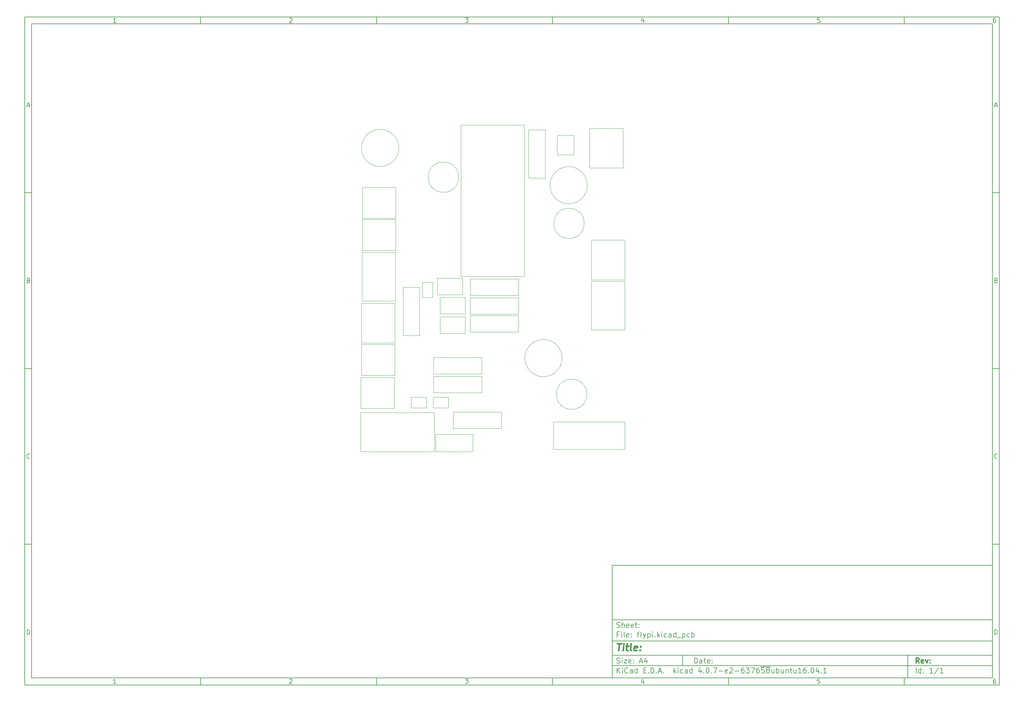
<source format=gbr>
G04 #@! TF.FileFunction,Other,User*
%FSLAX46Y46*%
G04 Gerber Fmt 4.6, Leading zero omitted, Abs format (unit mm)*
G04 Created by KiCad (PCBNEW 4.0.7-e2-6376~58~ubuntu16.04.1) date Sun Nov  5 22:34:49 2017*
%MOMM*%
%LPD*%
G01*
G04 APERTURE LIST*
%ADD10C,0.100000*%
%ADD11C,0.150000*%
%ADD12C,0.300000*%
%ADD13C,0.400000*%
%ADD14C,0.050000*%
G04 APERTURE END LIST*
D10*
D11*
X177002200Y-166007200D02*
X177002200Y-198007200D01*
X285002200Y-198007200D01*
X285002200Y-166007200D01*
X177002200Y-166007200D01*
D10*
D11*
X10000000Y-10000000D02*
X10000000Y-200007200D01*
X287002200Y-200007200D01*
X287002200Y-10000000D01*
X10000000Y-10000000D01*
D10*
D11*
X12000000Y-12000000D02*
X12000000Y-198007200D01*
X285002200Y-198007200D01*
X285002200Y-12000000D01*
X12000000Y-12000000D01*
D10*
D11*
X60000000Y-12000000D02*
X60000000Y-10000000D01*
D10*
D11*
X110000000Y-12000000D02*
X110000000Y-10000000D01*
D10*
D11*
X160000000Y-12000000D02*
X160000000Y-10000000D01*
D10*
D11*
X210000000Y-12000000D02*
X210000000Y-10000000D01*
D10*
D11*
X260000000Y-12000000D02*
X260000000Y-10000000D01*
D10*
D11*
X35990476Y-11588095D02*
X35247619Y-11588095D01*
X35619048Y-11588095D02*
X35619048Y-10288095D01*
X35495238Y-10473810D01*
X35371429Y-10597619D01*
X35247619Y-10659524D01*
D10*
D11*
X85247619Y-10411905D02*
X85309524Y-10350000D01*
X85433333Y-10288095D01*
X85742857Y-10288095D01*
X85866667Y-10350000D01*
X85928571Y-10411905D01*
X85990476Y-10535714D01*
X85990476Y-10659524D01*
X85928571Y-10845238D01*
X85185714Y-11588095D01*
X85990476Y-11588095D01*
D10*
D11*
X135185714Y-10288095D02*
X135990476Y-10288095D01*
X135557143Y-10783333D01*
X135742857Y-10783333D01*
X135866667Y-10845238D01*
X135928571Y-10907143D01*
X135990476Y-11030952D01*
X135990476Y-11340476D01*
X135928571Y-11464286D01*
X135866667Y-11526190D01*
X135742857Y-11588095D01*
X135371429Y-11588095D01*
X135247619Y-11526190D01*
X135185714Y-11464286D01*
D10*
D11*
X185866667Y-10721429D02*
X185866667Y-11588095D01*
X185557143Y-10226190D02*
X185247619Y-11154762D01*
X186052381Y-11154762D01*
D10*
D11*
X235928571Y-10288095D02*
X235309524Y-10288095D01*
X235247619Y-10907143D01*
X235309524Y-10845238D01*
X235433333Y-10783333D01*
X235742857Y-10783333D01*
X235866667Y-10845238D01*
X235928571Y-10907143D01*
X235990476Y-11030952D01*
X235990476Y-11340476D01*
X235928571Y-11464286D01*
X235866667Y-11526190D01*
X235742857Y-11588095D01*
X235433333Y-11588095D01*
X235309524Y-11526190D01*
X235247619Y-11464286D01*
D10*
D11*
X285866667Y-10288095D02*
X285619048Y-10288095D01*
X285495238Y-10350000D01*
X285433333Y-10411905D01*
X285309524Y-10597619D01*
X285247619Y-10845238D01*
X285247619Y-11340476D01*
X285309524Y-11464286D01*
X285371429Y-11526190D01*
X285495238Y-11588095D01*
X285742857Y-11588095D01*
X285866667Y-11526190D01*
X285928571Y-11464286D01*
X285990476Y-11340476D01*
X285990476Y-11030952D01*
X285928571Y-10907143D01*
X285866667Y-10845238D01*
X285742857Y-10783333D01*
X285495238Y-10783333D01*
X285371429Y-10845238D01*
X285309524Y-10907143D01*
X285247619Y-11030952D01*
D10*
D11*
X60000000Y-198007200D02*
X60000000Y-200007200D01*
D10*
D11*
X110000000Y-198007200D02*
X110000000Y-200007200D01*
D10*
D11*
X160000000Y-198007200D02*
X160000000Y-200007200D01*
D10*
D11*
X210000000Y-198007200D02*
X210000000Y-200007200D01*
D10*
D11*
X260000000Y-198007200D02*
X260000000Y-200007200D01*
D10*
D11*
X35990476Y-199595295D02*
X35247619Y-199595295D01*
X35619048Y-199595295D02*
X35619048Y-198295295D01*
X35495238Y-198481010D01*
X35371429Y-198604819D01*
X35247619Y-198666724D01*
D10*
D11*
X85247619Y-198419105D02*
X85309524Y-198357200D01*
X85433333Y-198295295D01*
X85742857Y-198295295D01*
X85866667Y-198357200D01*
X85928571Y-198419105D01*
X85990476Y-198542914D01*
X85990476Y-198666724D01*
X85928571Y-198852438D01*
X85185714Y-199595295D01*
X85990476Y-199595295D01*
D10*
D11*
X135185714Y-198295295D02*
X135990476Y-198295295D01*
X135557143Y-198790533D01*
X135742857Y-198790533D01*
X135866667Y-198852438D01*
X135928571Y-198914343D01*
X135990476Y-199038152D01*
X135990476Y-199347676D01*
X135928571Y-199471486D01*
X135866667Y-199533390D01*
X135742857Y-199595295D01*
X135371429Y-199595295D01*
X135247619Y-199533390D01*
X135185714Y-199471486D01*
D10*
D11*
X185866667Y-198728629D02*
X185866667Y-199595295D01*
X185557143Y-198233390D02*
X185247619Y-199161962D01*
X186052381Y-199161962D01*
D10*
D11*
X235928571Y-198295295D02*
X235309524Y-198295295D01*
X235247619Y-198914343D01*
X235309524Y-198852438D01*
X235433333Y-198790533D01*
X235742857Y-198790533D01*
X235866667Y-198852438D01*
X235928571Y-198914343D01*
X235990476Y-199038152D01*
X235990476Y-199347676D01*
X235928571Y-199471486D01*
X235866667Y-199533390D01*
X235742857Y-199595295D01*
X235433333Y-199595295D01*
X235309524Y-199533390D01*
X235247619Y-199471486D01*
D10*
D11*
X285866667Y-198295295D02*
X285619048Y-198295295D01*
X285495238Y-198357200D01*
X285433333Y-198419105D01*
X285309524Y-198604819D01*
X285247619Y-198852438D01*
X285247619Y-199347676D01*
X285309524Y-199471486D01*
X285371429Y-199533390D01*
X285495238Y-199595295D01*
X285742857Y-199595295D01*
X285866667Y-199533390D01*
X285928571Y-199471486D01*
X285990476Y-199347676D01*
X285990476Y-199038152D01*
X285928571Y-198914343D01*
X285866667Y-198852438D01*
X285742857Y-198790533D01*
X285495238Y-198790533D01*
X285371429Y-198852438D01*
X285309524Y-198914343D01*
X285247619Y-199038152D01*
D10*
D11*
X10000000Y-60000000D02*
X12000000Y-60000000D01*
D10*
D11*
X10000000Y-110000000D02*
X12000000Y-110000000D01*
D10*
D11*
X10000000Y-160000000D02*
X12000000Y-160000000D01*
D10*
D11*
X10690476Y-35216667D02*
X11309524Y-35216667D01*
X10566667Y-35588095D02*
X11000000Y-34288095D01*
X11433333Y-35588095D01*
D10*
D11*
X11092857Y-84907143D02*
X11278571Y-84969048D01*
X11340476Y-85030952D01*
X11402381Y-85154762D01*
X11402381Y-85340476D01*
X11340476Y-85464286D01*
X11278571Y-85526190D01*
X11154762Y-85588095D01*
X10659524Y-85588095D01*
X10659524Y-84288095D01*
X11092857Y-84288095D01*
X11216667Y-84350000D01*
X11278571Y-84411905D01*
X11340476Y-84535714D01*
X11340476Y-84659524D01*
X11278571Y-84783333D01*
X11216667Y-84845238D01*
X11092857Y-84907143D01*
X10659524Y-84907143D01*
D10*
D11*
X11402381Y-135464286D02*
X11340476Y-135526190D01*
X11154762Y-135588095D01*
X11030952Y-135588095D01*
X10845238Y-135526190D01*
X10721429Y-135402381D01*
X10659524Y-135278571D01*
X10597619Y-135030952D01*
X10597619Y-134845238D01*
X10659524Y-134597619D01*
X10721429Y-134473810D01*
X10845238Y-134350000D01*
X11030952Y-134288095D01*
X11154762Y-134288095D01*
X11340476Y-134350000D01*
X11402381Y-134411905D01*
D10*
D11*
X10659524Y-185588095D02*
X10659524Y-184288095D01*
X10969048Y-184288095D01*
X11154762Y-184350000D01*
X11278571Y-184473810D01*
X11340476Y-184597619D01*
X11402381Y-184845238D01*
X11402381Y-185030952D01*
X11340476Y-185278571D01*
X11278571Y-185402381D01*
X11154762Y-185526190D01*
X10969048Y-185588095D01*
X10659524Y-185588095D01*
D10*
D11*
X287002200Y-60000000D02*
X285002200Y-60000000D01*
D10*
D11*
X287002200Y-110000000D02*
X285002200Y-110000000D01*
D10*
D11*
X287002200Y-160000000D02*
X285002200Y-160000000D01*
D10*
D11*
X285692676Y-35216667D02*
X286311724Y-35216667D01*
X285568867Y-35588095D02*
X286002200Y-34288095D01*
X286435533Y-35588095D01*
D10*
D11*
X286095057Y-84907143D02*
X286280771Y-84969048D01*
X286342676Y-85030952D01*
X286404581Y-85154762D01*
X286404581Y-85340476D01*
X286342676Y-85464286D01*
X286280771Y-85526190D01*
X286156962Y-85588095D01*
X285661724Y-85588095D01*
X285661724Y-84288095D01*
X286095057Y-84288095D01*
X286218867Y-84350000D01*
X286280771Y-84411905D01*
X286342676Y-84535714D01*
X286342676Y-84659524D01*
X286280771Y-84783333D01*
X286218867Y-84845238D01*
X286095057Y-84907143D01*
X285661724Y-84907143D01*
D10*
D11*
X286404581Y-135464286D02*
X286342676Y-135526190D01*
X286156962Y-135588095D01*
X286033152Y-135588095D01*
X285847438Y-135526190D01*
X285723629Y-135402381D01*
X285661724Y-135278571D01*
X285599819Y-135030952D01*
X285599819Y-134845238D01*
X285661724Y-134597619D01*
X285723629Y-134473810D01*
X285847438Y-134350000D01*
X286033152Y-134288095D01*
X286156962Y-134288095D01*
X286342676Y-134350000D01*
X286404581Y-134411905D01*
D10*
D11*
X285661724Y-185588095D02*
X285661724Y-184288095D01*
X285971248Y-184288095D01*
X286156962Y-184350000D01*
X286280771Y-184473810D01*
X286342676Y-184597619D01*
X286404581Y-184845238D01*
X286404581Y-185030952D01*
X286342676Y-185278571D01*
X286280771Y-185402381D01*
X286156962Y-185526190D01*
X285971248Y-185588095D01*
X285661724Y-185588095D01*
D10*
D11*
X200359343Y-193785771D02*
X200359343Y-192285771D01*
X200716486Y-192285771D01*
X200930771Y-192357200D01*
X201073629Y-192500057D01*
X201145057Y-192642914D01*
X201216486Y-192928629D01*
X201216486Y-193142914D01*
X201145057Y-193428629D01*
X201073629Y-193571486D01*
X200930771Y-193714343D01*
X200716486Y-193785771D01*
X200359343Y-193785771D01*
X202502200Y-193785771D02*
X202502200Y-193000057D01*
X202430771Y-192857200D01*
X202287914Y-192785771D01*
X202002200Y-192785771D01*
X201859343Y-192857200D01*
X202502200Y-193714343D02*
X202359343Y-193785771D01*
X202002200Y-193785771D01*
X201859343Y-193714343D01*
X201787914Y-193571486D01*
X201787914Y-193428629D01*
X201859343Y-193285771D01*
X202002200Y-193214343D01*
X202359343Y-193214343D01*
X202502200Y-193142914D01*
X203002200Y-192785771D02*
X203573629Y-192785771D01*
X203216486Y-192285771D02*
X203216486Y-193571486D01*
X203287914Y-193714343D01*
X203430772Y-193785771D01*
X203573629Y-193785771D01*
X204645057Y-193714343D02*
X204502200Y-193785771D01*
X204216486Y-193785771D01*
X204073629Y-193714343D01*
X204002200Y-193571486D01*
X204002200Y-193000057D01*
X204073629Y-192857200D01*
X204216486Y-192785771D01*
X204502200Y-192785771D01*
X204645057Y-192857200D01*
X204716486Y-193000057D01*
X204716486Y-193142914D01*
X204002200Y-193285771D01*
X205359343Y-193642914D02*
X205430771Y-193714343D01*
X205359343Y-193785771D01*
X205287914Y-193714343D01*
X205359343Y-193642914D01*
X205359343Y-193785771D01*
X205359343Y-192857200D02*
X205430771Y-192928629D01*
X205359343Y-193000057D01*
X205287914Y-192928629D01*
X205359343Y-192857200D01*
X205359343Y-193000057D01*
D10*
D11*
X177002200Y-194507200D02*
X285002200Y-194507200D01*
D10*
D11*
X178359343Y-196585771D02*
X178359343Y-195085771D01*
X179216486Y-196585771D02*
X178573629Y-195728629D01*
X179216486Y-195085771D02*
X178359343Y-195942914D01*
X179859343Y-196585771D02*
X179859343Y-195585771D01*
X179859343Y-195085771D02*
X179787914Y-195157200D01*
X179859343Y-195228629D01*
X179930771Y-195157200D01*
X179859343Y-195085771D01*
X179859343Y-195228629D01*
X181430772Y-196442914D02*
X181359343Y-196514343D01*
X181145057Y-196585771D01*
X181002200Y-196585771D01*
X180787915Y-196514343D01*
X180645057Y-196371486D01*
X180573629Y-196228629D01*
X180502200Y-195942914D01*
X180502200Y-195728629D01*
X180573629Y-195442914D01*
X180645057Y-195300057D01*
X180787915Y-195157200D01*
X181002200Y-195085771D01*
X181145057Y-195085771D01*
X181359343Y-195157200D01*
X181430772Y-195228629D01*
X182716486Y-196585771D02*
X182716486Y-195800057D01*
X182645057Y-195657200D01*
X182502200Y-195585771D01*
X182216486Y-195585771D01*
X182073629Y-195657200D01*
X182716486Y-196514343D02*
X182573629Y-196585771D01*
X182216486Y-196585771D01*
X182073629Y-196514343D01*
X182002200Y-196371486D01*
X182002200Y-196228629D01*
X182073629Y-196085771D01*
X182216486Y-196014343D01*
X182573629Y-196014343D01*
X182716486Y-195942914D01*
X184073629Y-196585771D02*
X184073629Y-195085771D01*
X184073629Y-196514343D02*
X183930772Y-196585771D01*
X183645058Y-196585771D01*
X183502200Y-196514343D01*
X183430772Y-196442914D01*
X183359343Y-196300057D01*
X183359343Y-195871486D01*
X183430772Y-195728629D01*
X183502200Y-195657200D01*
X183645058Y-195585771D01*
X183930772Y-195585771D01*
X184073629Y-195657200D01*
X185930772Y-195800057D02*
X186430772Y-195800057D01*
X186645058Y-196585771D02*
X185930772Y-196585771D01*
X185930772Y-195085771D01*
X186645058Y-195085771D01*
X187287915Y-196442914D02*
X187359343Y-196514343D01*
X187287915Y-196585771D01*
X187216486Y-196514343D01*
X187287915Y-196442914D01*
X187287915Y-196585771D01*
X188002201Y-196585771D02*
X188002201Y-195085771D01*
X188359344Y-195085771D01*
X188573629Y-195157200D01*
X188716487Y-195300057D01*
X188787915Y-195442914D01*
X188859344Y-195728629D01*
X188859344Y-195942914D01*
X188787915Y-196228629D01*
X188716487Y-196371486D01*
X188573629Y-196514343D01*
X188359344Y-196585771D01*
X188002201Y-196585771D01*
X189502201Y-196442914D02*
X189573629Y-196514343D01*
X189502201Y-196585771D01*
X189430772Y-196514343D01*
X189502201Y-196442914D01*
X189502201Y-196585771D01*
X190145058Y-196157200D02*
X190859344Y-196157200D01*
X190002201Y-196585771D02*
X190502201Y-195085771D01*
X191002201Y-196585771D01*
X191502201Y-196442914D02*
X191573629Y-196514343D01*
X191502201Y-196585771D01*
X191430772Y-196514343D01*
X191502201Y-196442914D01*
X191502201Y-196585771D01*
X194502201Y-196585771D02*
X194502201Y-195085771D01*
X194645058Y-196014343D02*
X195073629Y-196585771D01*
X195073629Y-195585771D02*
X194502201Y-196157200D01*
X195716487Y-196585771D02*
X195716487Y-195585771D01*
X195716487Y-195085771D02*
X195645058Y-195157200D01*
X195716487Y-195228629D01*
X195787915Y-195157200D01*
X195716487Y-195085771D01*
X195716487Y-195228629D01*
X197073630Y-196514343D02*
X196930773Y-196585771D01*
X196645059Y-196585771D01*
X196502201Y-196514343D01*
X196430773Y-196442914D01*
X196359344Y-196300057D01*
X196359344Y-195871486D01*
X196430773Y-195728629D01*
X196502201Y-195657200D01*
X196645059Y-195585771D01*
X196930773Y-195585771D01*
X197073630Y-195657200D01*
X198359344Y-196585771D02*
X198359344Y-195800057D01*
X198287915Y-195657200D01*
X198145058Y-195585771D01*
X197859344Y-195585771D01*
X197716487Y-195657200D01*
X198359344Y-196514343D02*
X198216487Y-196585771D01*
X197859344Y-196585771D01*
X197716487Y-196514343D01*
X197645058Y-196371486D01*
X197645058Y-196228629D01*
X197716487Y-196085771D01*
X197859344Y-196014343D01*
X198216487Y-196014343D01*
X198359344Y-195942914D01*
X199716487Y-196585771D02*
X199716487Y-195085771D01*
X199716487Y-196514343D02*
X199573630Y-196585771D01*
X199287916Y-196585771D01*
X199145058Y-196514343D01*
X199073630Y-196442914D01*
X199002201Y-196300057D01*
X199002201Y-195871486D01*
X199073630Y-195728629D01*
X199145058Y-195657200D01*
X199287916Y-195585771D01*
X199573630Y-195585771D01*
X199716487Y-195657200D01*
X202216487Y-195585771D02*
X202216487Y-196585771D01*
X201859344Y-195014343D02*
X201502201Y-196085771D01*
X202430773Y-196085771D01*
X203002201Y-196442914D02*
X203073629Y-196514343D01*
X203002201Y-196585771D01*
X202930772Y-196514343D01*
X203002201Y-196442914D01*
X203002201Y-196585771D01*
X204002201Y-195085771D02*
X204145058Y-195085771D01*
X204287915Y-195157200D01*
X204359344Y-195228629D01*
X204430773Y-195371486D01*
X204502201Y-195657200D01*
X204502201Y-196014343D01*
X204430773Y-196300057D01*
X204359344Y-196442914D01*
X204287915Y-196514343D01*
X204145058Y-196585771D01*
X204002201Y-196585771D01*
X203859344Y-196514343D01*
X203787915Y-196442914D01*
X203716487Y-196300057D01*
X203645058Y-196014343D01*
X203645058Y-195657200D01*
X203716487Y-195371486D01*
X203787915Y-195228629D01*
X203859344Y-195157200D01*
X204002201Y-195085771D01*
X205145058Y-196442914D02*
X205216486Y-196514343D01*
X205145058Y-196585771D01*
X205073629Y-196514343D01*
X205145058Y-196442914D01*
X205145058Y-196585771D01*
X205716487Y-195085771D02*
X206716487Y-195085771D01*
X206073630Y-196585771D01*
X207287915Y-196014343D02*
X208430772Y-196014343D01*
X209716486Y-196514343D02*
X209573629Y-196585771D01*
X209287915Y-196585771D01*
X209145058Y-196514343D01*
X209073629Y-196371486D01*
X209073629Y-195800057D01*
X209145058Y-195657200D01*
X209287915Y-195585771D01*
X209573629Y-195585771D01*
X209716486Y-195657200D01*
X209787915Y-195800057D01*
X209787915Y-195942914D01*
X209073629Y-196085771D01*
X210359343Y-195228629D02*
X210430772Y-195157200D01*
X210573629Y-195085771D01*
X210930772Y-195085771D01*
X211073629Y-195157200D01*
X211145058Y-195228629D01*
X211216486Y-195371486D01*
X211216486Y-195514343D01*
X211145058Y-195728629D01*
X210287915Y-196585771D01*
X211216486Y-196585771D01*
X211859343Y-196014343D02*
X213002200Y-196014343D01*
X214359343Y-195085771D02*
X214073629Y-195085771D01*
X213930772Y-195157200D01*
X213859343Y-195228629D01*
X213716486Y-195442914D01*
X213645057Y-195728629D01*
X213645057Y-196300057D01*
X213716486Y-196442914D01*
X213787914Y-196514343D01*
X213930772Y-196585771D01*
X214216486Y-196585771D01*
X214359343Y-196514343D01*
X214430772Y-196442914D01*
X214502200Y-196300057D01*
X214502200Y-195942914D01*
X214430772Y-195800057D01*
X214359343Y-195728629D01*
X214216486Y-195657200D01*
X213930772Y-195657200D01*
X213787914Y-195728629D01*
X213716486Y-195800057D01*
X213645057Y-195942914D01*
X215002200Y-195085771D02*
X215930771Y-195085771D01*
X215430771Y-195657200D01*
X215645057Y-195657200D01*
X215787914Y-195728629D01*
X215859343Y-195800057D01*
X215930771Y-195942914D01*
X215930771Y-196300057D01*
X215859343Y-196442914D01*
X215787914Y-196514343D01*
X215645057Y-196585771D01*
X215216485Y-196585771D01*
X215073628Y-196514343D01*
X215002200Y-196442914D01*
X216430771Y-195085771D02*
X217430771Y-195085771D01*
X216787914Y-196585771D01*
X218645056Y-195085771D02*
X218359342Y-195085771D01*
X218216485Y-195157200D01*
X218145056Y-195228629D01*
X218002199Y-195442914D01*
X217930770Y-195728629D01*
X217930770Y-196300057D01*
X218002199Y-196442914D01*
X218073627Y-196514343D01*
X218216485Y-196585771D01*
X218502199Y-196585771D01*
X218645056Y-196514343D01*
X218716485Y-196442914D01*
X218787913Y-196300057D01*
X218787913Y-195942914D01*
X218716485Y-195800057D01*
X218645056Y-195728629D01*
X218502199Y-195657200D01*
X218216485Y-195657200D01*
X218073627Y-195728629D01*
X218002199Y-195800057D01*
X217930770Y-195942914D01*
X220145056Y-195085771D02*
X219430770Y-195085771D01*
X219359341Y-195800057D01*
X219430770Y-195728629D01*
X219573627Y-195657200D01*
X219930770Y-195657200D01*
X220073627Y-195728629D01*
X220145056Y-195800057D01*
X220216484Y-195942914D01*
X220216484Y-196300057D01*
X220145056Y-196442914D01*
X220073627Y-196514343D01*
X219930770Y-196585771D01*
X219573627Y-196585771D01*
X219430770Y-196514343D01*
X219359341Y-196442914D01*
X221073627Y-195728629D02*
X220930769Y-195657200D01*
X220859341Y-195585771D01*
X220787912Y-195442914D01*
X220787912Y-195371486D01*
X220859341Y-195228629D01*
X220930769Y-195157200D01*
X221073627Y-195085771D01*
X221359341Y-195085771D01*
X221502198Y-195157200D01*
X221573627Y-195228629D01*
X221645055Y-195371486D01*
X221645055Y-195442914D01*
X221573627Y-195585771D01*
X221502198Y-195657200D01*
X221359341Y-195728629D01*
X221073627Y-195728629D01*
X220930769Y-195800057D01*
X220859341Y-195871486D01*
X220787912Y-196014343D01*
X220787912Y-196300057D01*
X220859341Y-196442914D01*
X220930769Y-196514343D01*
X221073627Y-196585771D01*
X221359341Y-196585771D01*
X221502198Y-196514343D01*
X221573627Y-196442914D01*
X221645055Y-196300057D01*
X221645055Y-196014343D01*
X221573627Y-195871486D01*
X221502198Y-195800057D01*
X221359341Y-195728629D01*
X219073627Y-194827200D02*
X221930769Y-194827200D01*
X222930769Y-195585771D02*
X222930769Y-196585771D01*
X222287912Y-195585771D02*
X222287912Y-196371486D01*
X222359340Y-196514343D01*
X222502198Y-196585771D01*
X222716483Y-196585771D01*
X222859340Y-196514343D01*
X222930769Y-196442914D01*
X223645055Y-196585771D02*
X223645055Y-195085771D01*
X223645055Y-195657200D02*
X223787912Y-195585771D01*
X224073626Y-195585771D01*
X224216483Y-195657200D01*
X224287912Y-195728629D01*
X224359341Y-195871486D01*
X224359341Y-196300057D01*
X224287912Y-196442914D01*
X224216483Y-196514343D01*
X224073626Y-196585771D01*
X223787912Y-196585771D01*
X223645055Y-196514343D01*
X225645055Y-195585771D02*
X225645055Y-196585771D01*
X225002198Y-195585771D02*
X225002198Y-196371486D01*
X225073626Y-196514343D01*
X225216484Y-196585771D01*
X225430769Y-196585771D01*
X225573626Y-196514343D01*
X225645055Y-196442914D01*
X226359341Y-195585771D02*
X226359341Y-196585771D01*
X226359341Y-195728629D02*
X226430769Y-195657200D01*
X226573627Y-195585771D01*
X226787912Y-195585771D01*
X226930769Y-195657200D01*
X227002198Y-195800057D01*
X227002198Y-196585771D01*
X227502198Y-195585771D02*
X228073627Y-195585771D01*
X227716484Y-195085771D02*
X227716484Y-196371486D01*
X227787912Y-196514343D01*
X227930770Y-196585771D01*
X228073627Y-196585771D01*
X229216484Y-195585771D02*
X229216484Y-196585771D01*
X228573627Y-195585771D02*
X228573627Y-196371486D01*
X228645055Y-196514343D01*
X228787913Y-196585771D01*
X229002198Y-196585771D01*
X229145055Y-196514343D01*
X229216484Y-196442914D01*
X230716484Y-196585771D02*
X229859341Y-196585771D01*
X230287913Y-196585771D02*
X230287913Y-195085771D01*
X230145056Y-195300057D01*
X230002198Y-195442914D01*
X229859341Y-195514343D01*
X232002198Y-195085771D02*
X231716484Y-195085771D01*
X231573627Y-195157200D01*
X231502198Y-195228629D01*
X231359341Y-195442914D01*
X231287912Y-195728629D01*
X231287912Y-196300057D01*
X231359341Y-196442914D01*
X231430769Y-196514343D01*
X231573627Y-196585771D01*
X231859341Y-196585771D01*
X232002198Y-196514343D01*
X232073627Y-196442914D01*
X232145055Y-196300057D01*
X232145055Y-195942914D01*
X232073627Y-195800057D01*
X232002198Y-195728629D01*
X231859341Y-195657200D01*
X231573627Y-195657200D01*
X231430769Y-195728629D01*
X231359341Y-195800057D01*
X231287912Y-195942914D01*
X232787912Y-196442914D02*
X232859340Y-196514343D01*
X232787912Y-196585771D01*
X232716483Y-196514343D01*
X232787912Y-196442914D01*
X232787912Y-196585771D01*
X233787912Y-195085771D02*
X233930769Y-195085771D01*
X234073626Y-195157200D01*
X234145055Y-195228629D01*
X234216484Y-195371486D01*
X234287912Y-195657200D01*
X234287912Y-196014343D01*
X234216484Y-196300057D01*
X234145055Y-196442914D01*
X234073626Y-196514343D01*
X233930769Y-196585771D01*
X233787912Y-196585771D01*
X233645055Y-196514343D01*
X233573626Y-196442914D01*
X233502198Y-196300057D01*
X233430769Y-196014343D01*
X233430769Y-195657200D01*
X233502198Y-195371486D01*
X233573626Y-195228629D01*
X233645055Y-195157200D01*
X233787912Y-195085771D01*
X235573626Y-195585771D02*
X235573626Y-196585771D01*
X235216483Y-195014343D02*
X234859340Y-196085771D01*
X235787912Y-196085771D01*
X236359340Y-196442914D02*
X236430768Y-196514343D01*
X236359340Y-196585771D01*
X236287911Y-196514343D01*
X236359340Y-196442914D01*
X236359340Y-196585771D01*
X237859340Y-196585771D02*
X237002197Y-196585771D01*
X237430769Y-196585771D02*
X237430769Y-195085771D01*
X237287912Y-195300057D01*
X237145054Y-195442914D01*
X237002197Y-195514343D01*
D10*
D11*
X177002200Y-191507200D02*
X285002200Y-191507200D01*
D10*
D12*
X264216486Y-193785771D02*
X263716486Y-193071486D01*
X263359343Y-193785771D02*
X263359343Y-192285771D01*
X263930771Y-192285771D01*
X264073629Y-192357200D01*
X264145057Y-192428629D01*
X264216486Y-192571486D01*
X264216486Y-192785771D01*
X264145057Y-192928629D01*
X264073629Y-193000057D01*
X263930771Y-193071486D01*
X263359343Y-193071486D01*
X265430771Y-193714343D02*
X265287914Y-193785771D01*
X265002200Y-193785771D01*
X264859343Y-193714343D01*
X264787914Y-193571486D01*
X264787914Y-193000057D01*
X264859343Y-192857200D01*
X265002200Y-192785771D01*
X265287914Y-192785771D01*
X265430771Y-192857200D01*
X265502200Y-193000057D01*
X265502200Y-193142914D01*
X264787914Y-193285771D01*
X266002200Y-192785771D02*
X266359343Y-193785771D01*
X266716485Y-192785771D01*
X267287914Y-193642914D02*
X267359342Y-193714343D01*
X267287914Y-193785771D01*
X267216485Y-193714343D01*
X267287914Y-193642914D01*
X267287914Y-193785771D01*
X267287914Y-192857200D02*
X267359342Y-192928629D01*
X267287914Y-193000057D01*
X267216485Y-192928629D01*
X267287914Y-192857200D01*
X267287914Y-193000057D01*
D10*
D11*
X178287914Y-193714343D02*
X178502200Y-193785771D01*
X178859343Y-193785771D01*
X179002200Y-193714343D01*
X179073629Y-193642914D01*
X179145057Y-193500057D01*
X179145057Y-193357200D01*
X179073629Y-193214343D01*
X179002200Y-193142914D01*
X178859343Y-193071486D01*
X178573629Y-193000057D01*
X178430771Y-192928629D01*
X178359343Y-192857200D01*
X178287914Y-192714343D01*
X178287914Y-192571486D01*
X178359343Y-192428629D01*
X178430771Y-192357200D01*
X178573629Y-192285771D01*
X178930771Y-192285771D01*
X179145057Y-192357200D01*
X179787914Y-193785771D02*
X179787914Y-192785771D01*
X179787914Y-192285771D02*
X179716485Y-192357200D01*
X179787914Y-192428629D01*
X179859342Y-192357200D01*
X179787914Y-192285771D01*
X179787914Y-192428629D01*
X180359343Y-192785771D02*
X181145057Y-192785771D01*
X180359343Y-193785771D01*
X181145057Y-193785771D01*
X182287914Y-193714343D02*
X182145057Y-193785771D01*
X181859343Y-193785771D01*
X181716486Y-193714343D01*
X181645057Y-193571486D01*
X181645057Y-193000057D01*
X181716486Y-192857200D01*
X181859343Y-192785771D01*
X182145057Y-192785771D01*
X182287914Y-192857200D01*
X182359343Y-193000057D01*
X182359343Y-193142914D01*
X181645057Y-193285771D01*
X183002200Y-193642914D02*
X183073628Y-193714343D01*
X183002200Y-193785771D01*
X182930771Y-193714343D01*
X183002200Y-193642914D01*
X183002200Y-193785771D01*
X183002200Y-192857200D02*
X183073628Y-192928629D01*
X183002200Y-193000057D01*
X182930771Y-192928629D01*
X183002200Y-192857200D01*
X183002200Y-193000057D01*
X184787914Y-193357200D02*
X185502200Y-193357200D01*
X184645057Y-193785771D02*
X185145057Y-192285771D01*
X185645057Y-193785771D01*
X186787914Y-192785771D02*
X186787914Y-193785771D01*
X186430771Y-192214343D02*
X186073628Y-193285771D01*
X187002200Y-193285771D01*
D10*
D11*
X263359343Y-196585771D02*
X263359343Y-195085771D01*
X264716486Y-196585771D02*
X264716486Y-195085771D01*
X264716486Y-196514343D02*
X264573629Y-196585771D01*
X264287915Y-196585771D01*
X264145057Y-196514343D01*
X264073629Y-196442914D01*
X264002200Y-196300057D01*
X264002200Y-195871486D01*
X264073629Y-195728629D01*
X264145057Y-195657200D01*
X264287915Y-195585771D01*
X264573629Y-195585771D01*
X264716486Y-195657200D01*
X265430772Y-196442914D02*
X265502200Y-196514343D01*
X265430772Y-196585771D01*
X265359343Y-196514343D01*
X265430772Y-196442914D01*
X265430772Y-196585771D01*
X265430772Y-195657200D02*
X265502200Y-195728629D01*
X265430772Y-195800057D01*
X265359343Y-195728629D01*
X265430772Y-195657200D01*
X265430772Y-195800057D01*
X268073629Y-196585771D02*
X267216486Y-196585771D01*
X267645058Y-196585771D02*
X267645058Y-195085771D01*
X267502201Y-195300057D01*
X267359343Y-195442914D01*
X267216486Y-195514343D01*
X269787914Y-195014343D02*
X268502200Y-196942914D01*
X271073629Y-196585771D02*
X270216486Y-196585771D01*
X270645058Y-196585771D02*
X270645058Y-195085771D01*
X270502201Y-195300057D01*
X270359343Y-195442914D01*
X270216486Y-195514343D01*
D10*
D11*
X177002200Y-187507200D02*
X285002200Y-187507200D01*
D10*
D13*
X178454581Y-188211962D02*
X179597438Y-188211962D01*
X178776010Y-190211962D02*
X179026010Y-188211962D01*
X180014105Y-190211962D02*
X180180771Y-188878629D01*
X180264105Y-188211962D02*
X180156962Y-188307200D01*
X180240295Y-188402438D01*
X180347439Y-188307200D01*
X180264105Y-188211962D01*
X180240295Y-188402438D01*
X180847438Y-188878629D02*
X181609343Y-188878629D01*
X181216486Y-188211962D02*
X181002200Y-189926248D01*
X181073630Y-190116724D01*
X181252201Y-190211962D01*
X181442677Y-190211962D01*
X182395058Y-190211962D02*
X182216487Y-190116724D01*
X182145057Y-189926248D01*
X182359343Y-188211962D01*
X183930772Y-190116724D02*
X183728391Y-190211962D01*
X183347439Y-190211962D01*
X183168867Y-190116724D01*
X183097438Y-189926248D01*
X183192676Y-189164343D01*
X183311724Y-188973867D01*
X183514105Y-188878629D01*
X183895057Y-188878629D01*
X184073629Y-188973867D01*
X184145057Y-189164343D01*
X184121248Y-189354819D01*
X183145057Y-189545295D01*
X184895057Y-190021486D02*
X184978392Y-190116724D01*
X184871248Y-190211962D01*
X184787915Y-190116724D01*
X184895057Y-190021486D01*
X184871248Y-190211962D01*
X185026010Y-188973867D02*
X185109344Y-189069105D01*
X185002200Y-189164343D01*
X184918867Y-189069105D01*
X185026010Y-188973867D01*
X185002200Y-189164343D01*
D10*
D11*
X178859343Y-185600057D02*
X178359343Y-185600057D01*
X178359343Y-186385771D02*
X178359343Y-184885771D01*
X179073629Y-184885771D01*
X179645057Y-186385771D02*
X179645057Y-185385771D01*
X179645057Y-184885771D02*
X179573628Y-184957200D01*
X179645057Y-185028629D01*
X179716485Y-184957200D01*
X179645057Y-184885771D01*
X179645057Y-185028629D01*
X180573629Y-186385771D02*
X180430771Y-186314343D01*
X180359343Y-186171486D01*
X180359343Y-184885771D01*
X181716485Y-186314343D02*
X181573628Y-186385771D01*
X181287914Y-186385771D01*
X181145057Y-186314343D01*
X181073628Y-186171486D01*
X181073628Y-185600057D01*
X181145057Y-185457200D01*
X181287914Y-185385771D01*
X181573628Y-185385771D01*
X181716485Y-185457200D01*
X181787914Y-185600057D01*
X181787914Y-185742914D01*
X181073628Y-185885771D01*
X182430771Y-186242914D02*
X182502199Y-186314343D01*
X182430771Y-186385771D01*
X182359342Y-186314343D01*
X182430771Y-186242914D01*
X182430771Y-186385771D01*
X182430771Y-185457200D02*
X182502199Y-185528629D01*
X182430771Y-185600057D01*
X182359342Y-185528629D01*
X182430771Y-185457200D01*
X182430771Y-185600057D01*
X184073628Y-185385771D02*
X184645057Y-185385771D01*
X184287914Y-186385771D02*
X184287914Y-185100057D01*
X184359342Y-184957200D01*
X184502200Y-184885771D01*
X184645057Y-184885771D01*
X185359343Y-186385771D02*
X185216485Y-186314343D01*
X185145057Y-186171486D01*
X185145057Y-184885771D01*
X185787914Y-185385771D02*
X186145057Y-186385771D01*
X186502199Y-185385771D02*
X186145057Y-186385771D01*
X186002199Y-186742914D01*
X185930771Y-186814343D01*
X185787914Y-186885771D01*
X187073628Y-185385771D02*
X187073628Y-186885771D01*
X187073628Y-185457200D02*
X187216485Y-185385771D01*
X187502199Y-185385771D01*
X187645056Y-185457200D01*
X187716485Y-185528629D01*
X187787914Y-185671486D01*
X187787914Y-186100057D01*
X187716485Y-186242914D01*
X187645056Y-186314343D01*
X187502199Y-186385771D01*
X187216485Y-186385771D01*
X187073628Y-186314343D01*
X188430771Y-186385771D02*
X188430771Y-185385771D01*
X188430771Y-184885771D02*
X188359342Y-184957200D01*
X188430771Y-185028629D01*
X188502199Y-184957200D01*
X188430771Y-184885771D01*
X188430771Y-185028629D01*
X189145057Y-186242914D02*
X189216485Y-186314343D01*
X189145057Y-186385771D01*
X189073628Y-186314343D01*
X189145057Y-186242914D01*
X189145057Y-186385771D01*
X189859343Y-186385771D02*
X189859343Y-184885771D01*
X190002200Y-185814343D02*
X190430771Y-186385771D01*
X190430771Y-185385771D02*
X189859343Y-185957200D01*
X191073629Y-186385771D02*
X191073629Y-185385771D01*
X191073629Y-184885771D02*
X191002200Y-184957200D01*
X191073629Y-185028629D01*
X191145057Y-184957200D01*
X191073629Y-184885771D01*
X191073629Y-185028629D01*
X192430772Y-186314343D02*
X192287915Y-186385771D01*
X192002201Y-186385771D01*
X191859343Y-186314343D01*
X191787915Y-186242914D01*
X191716486Y-186100057D01*
X191716486Y-185671486D01*
X191787915Y-185528629D01*
X191859343Y-185457200D01*
X192002201Y-185385771D01*
X192287915Y-185385771D01*
X192430772Y-185457200D01*
X193716486Y-186385771D02*
X193716486Y-185600057D01*
X193645057Y-185457200D01*
X193502200Y-185385771D01*
X193216486Y-185385771D01*
X193073629Y-185457200D01*
X193716486Y-186314343D02*
X193573629Y-186385771D01*
X193216486Y-186385771D01*
X193073629Y-186314343D01*
X193002200Y-186171486D01*
X193002200Y-186028629D01*
X193073629Y-185885771D01*
X193216486Y-185814343D01*
X193573629Y-185814343D01*
X193716486Y-185742914D01*
X195073629Y-186385771D02*
X195073629Y-184885771D01*
X195073629Y-186314343D02*
X194930772Y-186385771D01*
X194645058Y-186385771D01*
X194502200Y-186314343D01*
X194430772Y-186242914D01*
X194359343Y-186100057D01*
X194359343Y-185671486D01*
X194430772Y-185528629D01*
X194502200Y-185457200D01*
X194645058Y-185385771D01*
X194930772Y-185385771D01*
X195073629Y-185457200D01*
X195430772Y-186528629D02*
X196573629Y-186528629D01*
X196930772Y-185385771D02*
X196930772Y-186885771D01*
X196930772Y-185457200D02*
X197073629Y-185385771D01*
X197359343Y-185385771D01*
X197502200Y-185457200D01*
X197573629Y-185528629D01*
X197645058Y-185671486D01*
X197645058Y-186100057D01*
X197573629Y-186242914D01*
X197502200Y-186314343D01*
X197359343Y-186385771D01*
X197073629Y-186385771D01*
X196930772Y-186314343D01*
X198930772Y-186314343D02*
X198787915Y-186385771D01*
X198502201Y-186385771D01*
X198359343Y-186314343D01*
X198287915Y-186242914D01*
X198216486Y-186100057D01*
X198216486Y-185671486D01*
X198287915Y-185528629D01*
X198359343Y-185457200D01*
X198502201Y-185385771D01*
X198787915Y-185385771D01*
X198930772Y-185457200D01*
X199573629Y-186385771D02*
X199573629Y-184885771D01*
X199573629Y-185457200D02*
X199716486Y-185385771D01*
X200002200Y-185385771D01*
X200145057Y-185457200D01*
X200216486Y-185528629D01*
X200287915Y-185671486D01*
X200287915Y-186100057D01*
X200216486Y-186242914D01*
X200145057Y-186314343D01*
X200002200Y-186385771D01*
X199716486Y-186385771D01*
X199573629Y-186314343D01*
D10*
D11*
X177002200Y-181507200D02*
X285002200Y-181507200D01*
D10*
D11*
X178287914Y-183614343D02*
X178502200Y-183685771D01*
X178859343Y-183685771D01*
X179002200Y-183614343D01*
X179073629Y-183542914D01*
X179145057Y-183400057D01*
X179145057Y-183257200D01*
X179073629Y-183114343D01*
X179002200Y-183042914D01*
X178859343Y-182971486D01*
X178573629Y-182900057D01*
X178430771Y-182828629D01*
X178359343Y-182757200D01*
X178287914Y-182614343D01*
X178287914Y-182471486D01*
X178359343Y-182328629D01*
X178430771Y-182257200D01*
X178573629Y-182185771D01*
X178930771Y-182185771D01*
X179145057Y-182257200D01*
X179787914Y-183685771D02*
X179787914Y-182185771D01*
X180430771Y-183685771D02*
X180430771Y-182900057D01*
X180359342Y-182757200D01*
X180216485Y-182685771D01*
X180002200Y-182685771D01*
X179859342Y-182757200D01*
X179787914Y-182828629D01*
X181716485Y-183614343D02*
X181573628Y-183685771D01*
X181287914Y-183685771D01*
X181145057Y-183614343D01*
X181073628Y-183471486D01*
X181073628Y-182900057D01*
X181145057Y-182757200D01*
X181287914Y-182685771D01*
X181573628Y-182685771D01*
X181716485Y-182757200D01*
X181787914Y-182900057D01*
X181787914Y-183042914D01*
X181073628Y-183185771D01*
X183002199Y-183614343D02*
X182859342Y-183685771D01*
X182573628Y-183685771D01*
X182430771Y-183614343D01*
X182359342Y-183471486D01*
X182359342Y-182900057D01*
X182430771Y-182757200D01*
X182573628Y-182685771D01*
X182859342Y-182685771D01*
X183002199Y-182757200D01*
X183073628Y-182900057D01*
X183073628Y-183042914D01*
X182359342Y-183185771D01*
X183502199Y-182685771D02*
X184073628Y-182685771D01*
X183716485Y-182185771D02*
X183716485Y-183471486D01*
X183787913Y-183614343D01*
X183930771Y-183685771D01*
X184073628Y-183685771D01*
X184573628Y-183542914D02*
X184645056Y-183614343D01*
X184573628Y-183685771D01*
X184502199Y-183614343D01*
X184573628Y-183542914D01*
X184573628Y-183685771D01*
X184573628Y-182757200D02*
X184645056Y-182828629D01*
X184573628Y-182900057D01*
X184502199Y-182828629D01*
X184573628Y-182757200D01*
X184573628Y-182900057D01*
D10*
D11*
X197002200Y-191507200D02*
X197002200Y-194507200D01*
D10*
D11*
X261002200Y-191507200D02*
X261002200Y-198007200D01*
D14*
X127260000Y-84265000D02*
X134360000Y-84265000D01*
X127260000Y-84265000D02*
X127260000Y-89005000D01*
X134360000Y-89005000D02*
X134360000Y-84265000D01*
X134360000Y-89005000D02*
X127260000Y-89005000D01*
X133982000Y-40730000D02*
X133982000Y-83730000D01*
X152032000Y-40730000D02*
X152032000Y-83730000D01*
X133982000Y-40730000D02*
X152032000Y-40730000D01*
X133982000Y-83730000D02*
X152032000Y-83730000D01*
X169890000Y-57870000D02*
G75*
G03X169890000Y-57870000I-5300000J0D01*
G01*
X116320000Y-47260000D02*
G75*
G03X116320000Y-47260000I-5300000J0D01*
G01*
X162740000Y-107020000D02*
G75*
G03X162740000Y-107020000I-5300000J0D01*
G01*
X133310000Y-55580000D02*
G75*
G03X133310000Y-55580000I-4300000J0D01*
G01*
X169000000Y-68720000D02*
G75*
G03X169000000Y-68720000I-4300000J0D01*
G01*
X169740000Y-117310000D02*
G75*
G03X169740000Y-117310000I-4300000J0D01*
G01*
X119830000Y-118160000D02*
X124130000Y-118160000D01*
X124130000Y-118160000D02*
X124130000Y-121160000D01*
X124130000Y-121160000D02*
X119830000Y-121160000D01*
X119830000Y-121160000D02*
X119830000Y-118160000D01*
X125960000Y-85460000D02*
X125960000Y-89760000D01*
X125960000Y-89760000D02*
X122960000Y-89760000D01*
X122960000Y-89760000D02*
X122960000Y-85460000D01*
X122960000Y-85460000D02*
X125960000Y-85460000D01*
X126140000Y-118160000D02*
X130440000Y-118160000D01*
X130440000Y-118160000D02*
X130440000Y-121160000D01*
X130440000Y-121160000D02*
X126140000Y-121160000D01*
X126140000Y-121160000D02*
X126140000Y-118160000D01*
X105420000Y-122510000D02*
X126420000Y-122510000D01*
X126420000Y-122510000D02*
X126420000Y-133660000D01*
X126420000Y-133660000D02*
X105420000Y-133660000D01*
X105420000Y-133660000D02*
X105420000Y-122510000D01*
X122240000Y-86930000D02*
X117540000Y-86930000D01*
X117540000Y-86930000D02*
X117540000Y-100630000D01*
X117540000Y-100630000D02*
X122240000Y-100630000D01*
X122240000Y-100630000D02*
X122240000Y-86930000D01*
X180520000Y-132930000D02*
X160220000Y-132930000D01*
X160220000Y-132930000D02*
X160220000Y-125130000D01*
X160220000Y-125130000D02*
X180520000Y-125130000D01*
X180520000Y-125130000D02*
X180520000Y-132930000D01*
X105550000Y-121390000D02*
X115050000Y-121390000D01*
X115050000Y-121390000D02*
X115050000Y-112590000D01*
X115050000Y-112590000D02*
X105550000Y-112590000D01*
X105550000Y-112590000D02*
X105550000Y-121390000D01*
X105680000Y-111990000D02*
X115180000Y-111990000D01*
X115180000Y-111990000D02*
X115180000Y-103190000D01*
X115180000Y-103190000D02*
X105680000Y-103190000D01*
X105680000Y-103190000D02*
X105680000Y-111990000D01*
X105700000Y-102730000D02*
X115200000Y-102730000D01*
X115200000Y-102730000D02*
X115200000Y-91430000D01*
X115200000Y-91430000D02*
X105700000Y-91430000D01*
X105700000Y-91430000D02*
X105700000Y-102730000D01*
X105920000Y-67240000D02*
X115420000Y-67240000D01*
X115420000Y-67240000D02*
X115420000Y-58440000D01*
X115420000Y-58440000D02*
X105920000Y-58440000D01*
X105920000Y-58440000D02*
X105920000Y-67240000D01*
X105910000Y-76400000D02*
X115410000Y-76400000D01*
X115410000Y-76400000D02*
X115410000Y-67600000D01*
X115410000Y-67600000D02*
X105910000Y-67600000D01*
X105910000Y-67600000D02*
X105910000Y-76400000D01*
X180070000Y-41680000D02*
X170570000Y-41680000D01*
X170570000Y-41680000D02*
X170570000Y-52980000D01*
X170570000Y-52980000D02*
X180070000Y-52980000D01*
X180070000Y-52980000D02*
X180070000Y-41680000D01*
X180550000Y-73470000D02*
X171050000Y-73470000D01*
X171050000Y-73470000D02*
X171050000Y-84770000D01*
X171050000Y-84770000D02*
X180550000Y-84770000D01*
X180550000Y-84770000D02*
X180550000Y-73470000D01*
X180580000Y-85240000D02*
X171080000Y-85240000D01*
X171080000Y-85240000D02*
X171080000Y-99040000D01*
X171080000Y-99040000D02*
X180580000Y-99040000D01*
X180580000Y-99040000D02*
X180580000Y-85240000D01*
X105860000Y-90830000D02*
X115360000Y-90830000D01*
X115360000Y-90830000D02*
X115360000Y-77030000D01*
X115360000Y-77030000D02*
X105860000Y-77030000D01*
X105860000Y-77030000D02*
X105860000Y-90830000D01*
X161354000Y-49212000D02*
X161354000Y-43752000D01*
X161354000Y-49212000D02*
X166094000Y-49212000D01*
X166094000Y-43752000D02*
X161354000Y-43752000D01*
X166094000Y-43752000D02*
X166094000Y-49212000D01*
X137320000Y-133590000D02*
X137320000Y-128680000D01*
X137320000Y-128680000D02*
X126820000Y-128680000D01*
X126820000Y-128680000D02*
X126820000Y-133590000D01*
X126820000Y-133590000D02*
X137320000Y-133590000D01*
X136588000Y-84518000D02*
X136588000Y-89218000D01*
X136588000Y-89218000D02*
X150288000Y-89218000D01*
X150288000Y-89218000D02*
X150288000Y-84518000D01*
X150288000Y-84518000D02*
X136588000Y-84518000D01*
X136588000Y-94932000D02*
X136588000Y-99632000D01*
X136588000Y-99632000D02*
X150288000Y-99632000D01*
X150288000Y-99632000D02*
X150288000Y-94932000D01*
X150288000Y-94932000D02*
X136588000Y-94932000D01*
X136588000Y-89852000D02*
X136588000Y-94552000D01*
X136588000Y-94552000D02*
X150288000Y-94552000D01*
X150288000Y-94552000D02*
X150288000Y-89852000D01*
X150288000Y-89852000D02*
X136588000Y-89852000D01*
X157930000Y-42100000D02*
X153230000Y-42100000D01*
X153230000Y-42100000D02*
X153230000Y-55800000D01*
X153230000Y-55800000D02*
X157930000Y-55800000D01*
X157930000Y-55800000D02*
X157930000Y-42100000D01*
X131762000Y-122364000D02*
X131762000Y-127064000D01*
X131762000Y-127064000D02*
X145462000Y-127064000D01*
X145462000Y-127064000D02*
X145462000Y-122364000D01*
X145462000Y-122364000D02*
X131762000Y-122364000D01*
X126174000Y-112204000D02*
X126174000Y-116904000D01*
X126174000Y-116904000D02*
X139874000Y-116904000D01*
X139874000Y-116904000D02*
X139874000Y-112204000D01*
X139874000Y-112204000D02*
X126174000Y-112204000D01*
X126174000Y-106870000D02*
X126174000Y-111570000D01*
X126174000Y-111570000D02*
X139874000Y-111570000D01*
X139874000Y-111570000D02*
X139874000Y-106870000D01*
X139874000Y-106870000D02*
X126174000Y-106870000D01*
X128022000Y-89726000D02*
X135122000Y-89726000D01*
X128022000Y-89726000D02*
X128022000Y-94466000D01*
X135122000Y-94466000D02*
X135122000Y-89726000D01*
X135122000Y-94466000D02*
X128022000Y-94466000D01*
X128022000Y-95314000D02*
X135122000Y-95314000D01*
X128022000Y-95314000D02*
X128022000Y-100054000D01*
X135122000Y-100054000D02*
X135122000Y-95314000D01*
X135122000Y-100054000D02*
X128022000Y-100054000D01*
M02*

</source>
